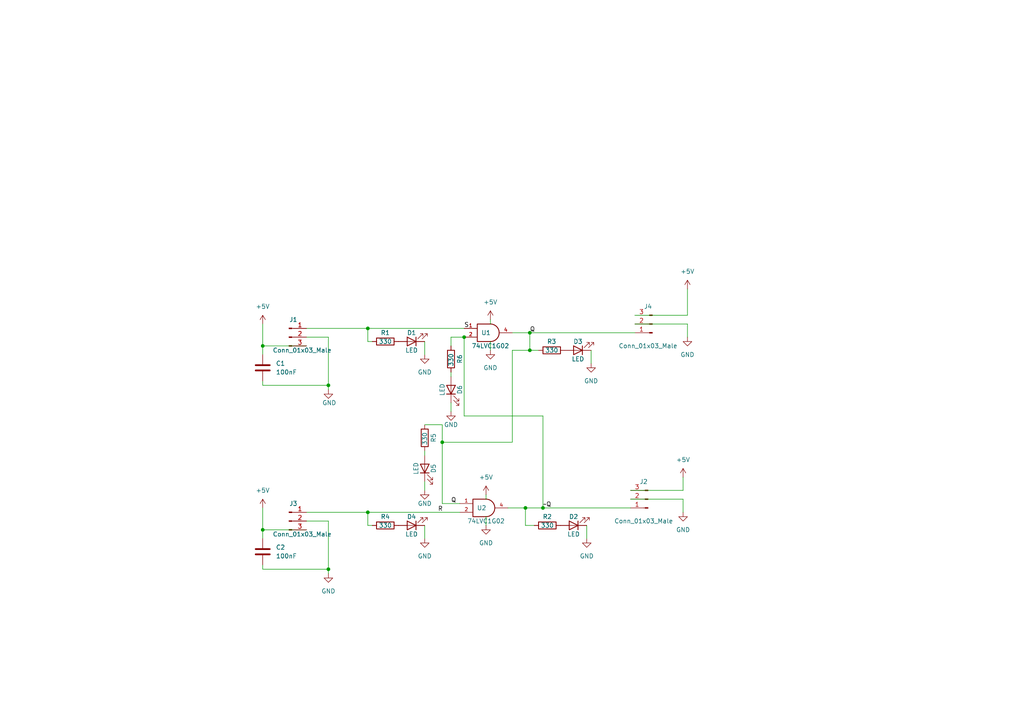
<source format=kicad_sch>
(kicad_sch (version 20231120) (generator "eeschema") (generator_version "8.0")
  (paper "A4")
  (lib_symbols
    (symbol "74xGxx:74LVC1G08" (pin_names (offset 1.016))
      (property "Reference" "U" (at -2.54 3.81 0))
      (property "Value" "74LVC1G08" (at 0 -3.81 0))
      (symbol "74LVC1G08_0_1"
        (arc (start 0 -2.54) (mid 2.529 0) (end 0 2.54) (stroke (width 0.254)))
        (polyline (pts (xy 0 -2.54) (xy -3.81 -2.54) (xy -3.81 2.54) (xy 0 2.54)) (stroke (width 0.254)))
      )
      (symbol "74LVC1G08_1_1"
        (pin input line (at -7.62 1.27 0) (length 3.81) (name "~") (number "1"))
        (pin input line (at -7.62 -1.27 0) (length 3.81) (name "~") (number "2"))
        (pin power_in line (at 0 -2.54 270) (length 0) hide (name "GND") (number "3"))
        (pin output line (at 6.35 0 180) (length 3.81) (name "~") (number "4"))
        (pin power_in line (at 0 2.54 90) (length 0) hide (name "VCC") (number "5"))
      )
    )
    (symbol "Connector:Conn_01x03_Male" (pin_names (offset 1.016) hide)
      (property "Reference" "J" (at 0 5.08 0))
      (property "Value" "Conn_01x03_Male" (at 0 -5.08 0))
      (symbol "Conn_01x03_Male_1_1"
        (polyline (pts (xy 1.27 -2.54) (xy 0.8636 -2.54)) (stroke (width 0.1524)))
        (polyline (pts (xy 1.27 0) (xy 0.8636 0)) (stroke (width 0.1524)))
        (polyline (pts (xy 1.27 2.54) (xy 0.8636 2.54)) (stroke (width 0.1524)))
        (rectangle (start 0.8636 -2.413) (end 0 -2.667) (stroke (width 0.1524)) (fill (type outline)))
        (rectangle (start 0.8636 0.127) (end 0 -0.127) (stroke (width 0.1524)) (fill (type outline)))
        (rectangle (start 0.8636 2.667) (end 0 2.413) (stroke (width 0.1524)) (fill (type outline)))
        (pin passive line (at 5.08 2.54 180) (length 3.81) (name "Pin_1") (number "1"))
        (pin passive line (at 5.08 0 180) (length 3.81) (name "Pin_2") (number "2"))
        (pin passive line (at 5.08 -2.54 180) (length 3.81) (name "Pin_3") (number "3"))
      )
    )
    (symbol "Device:C" (pin_numbers hide) (pin_names (offset 0.254))
      (property "Reference" "C" (at 0.635 2.54 0))
      (property "Value" "C" (at 0.635 -2.54 0))
      (symbol "C_0_1"
        (polyline (pts (xy -2.032 -0.762) (xy 2.032 -0.762)) (stroke (width 0.508)))
        (polyline (pts (xy -2.032 0.762) (xy 2.032 0.762)) (stroke (width 0.508)))
      )
      (symbol "C_1_1"
        (pin passive line (at 0 3.81 270) (length 2.794) (name "~") (number "1"))
        (pin passive line (at 0 -3.81 90) (length 2.794) (name "~") (number "2"))
      )
    )
    (symbol "Device:LED" (pin_numbers hide) (pin_names (offset 1.016) hide)
      (property "Reference" "D" (at 0 2.54 0))
      (property "Value" "LED" (at 0 -2.54 0))
      (symbol "LED_0_1"
        (polyline (pts (xy -1.27 -1.27) (xy -1.27 1.27)) (stroke (width 0.254)))
        (polyline (pts (xy -1.27 0) (xy 1.27 0)))
        (polyline (pts (xy 1.27 -1.27) (xy 1.27 1.27) (xy -1.27 0) (xy 1.27 -1.27)) (stroke (width 0.254)))
        (polyline (pts (xy -3.048 -0.762) (xy -4.572 -2.286) (xy -3.81 -2.286) (xy -4.572 -2.286) (xy -4.572 -1.524)))
        (polyline (pts (xy -1.778 -0.762) (xy -3.302 -2.286) (xy -2.54 -2.286) (xy -3.302 -2.286) (xy -3.302 -1.524)))
      )
      (symbol "LED_1_1"
        (pin passive line (at -3.81 0 0) (length 2.54) (name "K") (number "1"))
        (pin passive line (at 3.81 0 180) (length 2.54) (name "A") (number "2"))
      )
    )
    (symbol "Device:R" (pin_numbers hide) (pin_names (offset 0))
      (property "Reference" "R" (at 2.032 0 90))
      (property "Value" "R" (at 0 0 90))
      (symbol "R_0_1"
        (rectangle (start -1.016 -2.54) (end 1.016 2.54) (stroke (width 0.254)))
      )
      (symbol "R_1_1"
        (pin passive line (at 0 3.81 270) (length 1.27) (name "~") (number "1"))
        (pin passive line (at 0 -3.81 90) (length 1.27) (name "~") (number "2"))
      )
    )
    (symbol "power:+5V" (power) (pin_names (offset 0))
      (property "Value" "+5V" (at 0 3.556 0))
      (symbol "+5V_0_1"
        (polyline (pts (xy -0.762 1.27) (xy 0 2.54)))
        (polyline (pts (xy 0 0) (xy 0 2.54)))
        (polyline (pts (xy 0 2.54) (xy 0.762 1.27)))
      )
      (symbol "+5V_1_1"
        (pin power_in line (at 0 0 90) (length 0) hide (name "+5V") (number "1"))
      )
    )
    (symbol "power:GND" (power) (pin_names (offset 0))
      (property "Value" "GND" (at 0 -3.81 0))
      (symbol "GND_0_1"
        (polyline (pts (xy 0 0) (xy 0 -1.27) (xy 1.27 -1.27) (xy 0 -2.54) (xy -1.27 -1.27) (xy 0 -1.27)))
      )
      (symbol "GND_1_1"
        (pin power_in line (at 0 0 270) (length 0) hide (name "GND") (number "1"))
      )
    )
  )
  (junction (at 157.48 147.32))
  (junction (at 106.68 95.25))
  (junction (at 76.2 153.67))
  (junction (at 76.2 100.33))
  (junction (at 153.67 96.52))
  (junction (at 152.4 147.32))
  (junction (at 128.27 128.27))
  (junction (at 106.68 148.59))
  (junction (at 153.67 101.6))
  (junction (at 134.62 97.79))
  (junction (at 95.25 111.76))
  (junction (at 95.25 165.1))
  (wire (pts (xy 76.2 147.32) (xy 76.2 153.67)))
  (wire (pts (xy 123.19 152.4) (xy 123.19 156.21)))
  (wire (pts (xy 76.2 165.1) (xy 95.25 165.1)))
  (wire (pts (xy 152.4 147.32) (xy 157.48 147.32)))
  (wire (pts (xy 152.4 147.32) (xy 152.4 152.4)))
  (wire (pts (xy 130.81 97.79) (xy 130.81 100.33)))
  (wire (pts (xy 140.97 149.86) (xy 140.97 152.4)))
  (wire (pts (xy 76.2 100.33) (xy 76.2 102.87)))
  (wire (pts (xy 171.45 101.6) (xy 171.45 105.41)))
  (wire (pts (xy 184.15 91.44) (xy 199.39 91.44)))
  (wire (pts (xy 147.32 147.32) (xy 152.4 147.32)))
  (wire (pts (xy 148.59 96.52) (xy 153.67 96.52)))
  (wire (pts (xy 76.2 163.83) (xy 76.2 165.1)))
  (wire (pts (xy 95.25 97.79) (xy 95.25 111.76)))
  (wire (pts (xy 76.2 100.33) (xy 88.9 100.33)))
  (wire (pts (xy 123.19 123.19) (xy 128.27 123.19)))
  (wire (pts (xy 106.68 95.25) (xy 106.68 99.06)))
  (wire (pts (xy 133.35 146.05) (xy 128.27 146.05)))
  (wire (pts (xy 148.59 101.6) (xy 148.59 128.27)))
  (wire (pts (xy 142.24 92.71) (xy 142.24 93.98)))
  (wire (pts (xy 199.39 83.82) (xy 199.39 91.44)))
  (wire (pts (xy 153.67 96.52) (xy 184.15 96.52)))
  (wire (pts (xy 198.12 138.43) (xy 198.12 142.24)))
  (wire (pts (xy 184.15 93.98) (xy 199.39 93.98)))
  (wire (pts (xy 148.59 101.6) (xy 153.67 101.6)))
  (wire (pts (xy 88.9 151.13) (xy 95.25 151.13)))
  (wire (pts (xy 199.39 93.98) (xy 199.39 97.79)))
  (wire (pts (xy 198.12 144.78) (xy 198.12 148.59)))
  (wire (pts (xy 95.25 113.03) (xy 95.25 111.76)))
  (wire (pts (xy 130.81 107.95) (xy 130.81 109.22)))
  (wire (pts (xy 148.59 128.27) (xy 128.27 128.27)))
  (wire (pts (xy 123.19 99.06) (xy 123.19 102.87)))
  (wire (pts (xy 170.18 152.4) (xy 170.18 156.21)))
  (wire (pts (xy 128.27 123.19) (xy 128.27 128.27)))
  (wire (pts (xy 106.68 99.06) (xy 107.95 99.06)))
  (wire (pts (xy 134.62 97.79) (xy 130.81 97.79)))
  (wire (pts (xy 182.88 144.78) (xy 198.12 144.78)))
  (wire (pts (xy 157.48 120.65) (xy 134.62 120.65)))
  (wire (pts (xy 95.25 166.37) (xy 95.25 165.1)))
  (wire (pts (xy 134.62 120.65) (xy 134.62 97.79)))
  (wire (pts (xy 106.68 148.59) (xy 133.35 148.59)))
  (wire (pts (xy 154.94 152.4) (xy 152.4 152.4)))
  (wire (pts (xy 182.88 142.24) (xy 198.12 142.24)))
  (wire (pts (xy 157.48 147.32) (xy 157.48 120.65)))
  (wire (pts (xy 76.2 153.67) (xy 76.2 156.21)))
  (wire (pts (xy 76.2 110.49) (xy 76.2 111.76)))
  (wire (pts (xy 76.2 111.76) (xy 95.25 111.76)))
  (wire (pts (xy 106.68 152.4) (xy 107.95 152.4)))
  (wire (pts (xy 123.19 130.81) (xy 123.19 132.08)))
  (wire (pts (xy 76.2 93.98) (xy 76.2 100.33)))
  (wire (pts (xy 76.2 153.67) (xy 88.9 153.67)))
  (wire (pts (xy 88.9 95.25) (xy 106.68 95.25)))
  (wire (pts (xy 106.68 95.25) (xy 134.62 95.25)))
  (wire (pts (xy 157.48 147.32) (xy 182.88 147.32)))
  (wire (pts (xy 130.81 116.84) (xy 130.81 119.38)))
  (wire (pts (xy 123.19 139.7) (xy 123.19 142.24)))
  (wire (pts (xy 140.97 143.51) (xy 140.97 144.78)))
  (wire (pts (xy 88.9 97.79) (xy 95.25 97.79)))
  (wire (pts (xy 88.9 148.59) (xy 106.68 148.59)))
  (wire (pts (xy 95.25 151.13) (xy 95.25 165.1)))
  (wire (pts (xy 153.67 101.6) (xy 156.21 101.6)))
  (wire (pts (xy 153.67 96.52) (xy 153.67 101.6)))
  (wire (pts (xy 106.68 148.59) (xy 106.68 152.4)))
  (wire (pts (xy 142.24 99.06) (xy 142.24 101.6)))
  (wire (pts (xy 128.27 146.05) (xy 128.27 128.27)))
  (label "Q" (at 130.81 146.05 0))
  (label "R" (at 127 148.59 0))
  (label "S" (at 134.62 95.25 0))
  (label "~Q" (at 157.48 147.32 0))
  (label "Q" (at 153.67 96.52 0))
  (symbol (lib_id "power:+5V") (at 199.39 83.82 0) (unit 1)
    (property "Reference" "#PWR0102" (effects (hide yes)))
    (property "Value" "+5V" (at 199.39 78.74 0))
  )
  (symbol (lib_id "Connector:Conn_01x03_Male") (at 187.96 144.78 180) (unit 1)
    (property "Reference" "J2" (at 186.69 139.7 0))
    (property "Value" "Conn_01x03_Male" (at 186.69 151.13 0))
    (property "Footprint" "Connector_Molex:Molex_PicoBlade_53261-0371_1x03-1MP_P1.25mm_Horizontal" (effects (hide yes)))
    (property "LCSC" "C22075" (effects (hide yes)))
  )
  (symbol (lib_id "power:GND") (at 123.19 156.21 0) (unit 1)
    (property "Reference" "#PWR010" (effects (hide yes)))
    (property "Value" "GND" (at 123.19 161.29 0))
  )
  (symbol (lib_id "power:GND") (at 95.25 113.03 0) (unit 1)
    (property "Reference" "#PWR06" (effects (hide yes)))
    (property "Value" "GND" (at 95.504 116.84 0))
  )
  (symbol (lib_id "power:GND") (at 199.39 97.79 0) (unit 1)
    (property "Reference" "#PWR0105" (effects (hide yes)))
    (property "Value" "GND" (at 199.39 102.87 0))
  )
  (symbol (lib_id "power:GND") (at 123.19 102.87 0) (unit 1)
    (property "Reference" "#PWR07" (effects (hide yes)))
    (property "Value" "GND" (at 123.19 107.95 0))
  )
  (symbol (lib_id "power:+5V") (at 76.2 147.32 0) (unit 1)
    (property "Reference" "#PWR08" (effects (hide yes)))
    (property "Value" "+5V" (at 76.2 142.24 0))
  )
  (symbol (lib_id "74xGxx:74LVC1G08") (at 140.97 147.32 0) (unit 1)
    (property "Reference" "U2" (at 139.7 147.32 0))
    (property "Value" "74LVC1G02" (at 140.97 151.13 0))
    (property "Footprint" "Package_TO_SOT_SMD:SOT-23-5" (effects (hide yes)))
    (property "Datasheet" "http://www.ti.com/lit/sg/scyt129e/scyt129e.pdf" (effects (hide yes)))
    (property "LCSC" "C16360" (effects (hide yes)))
  )
  (symbol (lib_id "power:GND") (at 198.12 148.59 0) (unit 1)
    (property "Reference" "#PWR03" (effects (hide yes)))
    (property "Value" "GND" (at 198.12 153.67 0))
  )
  (symbol (lib_id "power:GND") (at 170.18 156.21 0) (unit 1)
    (property "Reference" "#PWR05" (effects (hide yes)))
    (property "Value" "GND" (at 170.18 161.29 0))
  )
  (symbol (lib_id "Connector:Conn_01x03_Male") (at 189.23 93.98 180) (unit 1)
    (property "Reference" "J4" (at 187.96 88.9 0))
    (property "Value" "Conn_01x03_Male" (at 187.96 100.33 0))
    (property "Footprint" "Connector_Molex:Molex_PicoBlade_53261-0371_1x03-1MP_P1.25mm_Horizontal" (effects (hide yes)))
    (property "LCSC" "C22075" (effects (hide yes)))
  )
  (symbol (lib_id "Device:LED") (at 167.64 101.6 180) (unit 1)
    (property "Reference" "D3" (at 167.64 99.06 0))
    (property "Value" "LED" (at 167.64 104.14 0))
    (property "Footprint" "shurik-personal:LITE_ON_LTST_C230TBKT-LED_1206_3216Metric_ReverseMount" (effects (hide yes)))
    (property "LCSC" "C125109" (effects (hide yes)))
  )
  (symbol (lib_id "Device:LED") (at 166.37 152.4 180) (unit 1)
    (property "Reference" "D2" (at 166.37 149.86 0))
    (property "Value" "LED" (at 166.37 154.94 0))
    (property "Footprint" "shurik-personal:LITE_ON_LTST_C230TBKT-LED_1206_3216Metric_ReverseMount" (effects (hide yes)))
    (property "LCSC" "C125109" (effects (hide yes)))
  )
  (symbol (lib_id "Device:LED") (at 123.19 135.89 90) (unit 1)
    (property "Reference" "D5" (at 125.73 135.89 0))
    (property "Value" "LED" (at 120.65 135.89 0))
    (property "Footprint" "shurik-personal:LITE_ON_LTST_C230TBKT-LED_1206_3216Metric_ReverseMount" (effects (hide yes)))
    (property "LCSC" "C125109" (effects (hide yes)))
  )
  (symbol (lib_id "Device:R") (at 158.75 152.4 90) (unit 1)
    (property "Reference" "R2" (at 158.75 149.86 90))
    (property "Value" "330" (at 158.75 152.4 90))
    (property "Footprint" "Resistor_SMD:R_0603_1608Metric" (effects (hide yes)))
    (property "LCSC" "C23138" (effects (hide yes)))
  )
  (symbol (lib_id "Connector:Conn_01x03_Male") (at 83.82 151.13 0) (unit 1)
    (property "Reference" "J3" (at 85.09 146.05 0))
    (property "Value" "Conn_01x03_Male" (at 87.63 154.94 0))
    (property "Footprint" "Connector_Molex:Molex_PicoBlade_53261-0371_1x03-1MP_P1.25mm_Horizontal" (effects (hide yes)))
    (property "LCSC" "C22075" (effects (hide yes)))
  )
  (symbol (lib_id "power:GND") (at 140.97 152.4 0) (unit 1)
    (property "Reference" "#PWR04" (effects (hide yes)))
    (property "Value" "GND" (at 140.97 157.48 0))
  )
  (symbol (lib_id "Device:R") (at 111.76 99.06 90) (unit 1)
    (property "Reference" "R1" (at 111.76 96.52 90))
    (property "Value" "330" (at 111.76 99.06 90))
    (property "Footprint" "Resistor_SMD:R_0603_1608Metric" (effects (hide yes)))
    (property "LCSC" "C23138" (effects (hide yes)))
  )
  (symbol (lib_id "power:GND") (at 130.81 119.38 0) (unit 1)
    (property "Reference" "#PWR012" (effects (hide yes)))
    (property "Value" "GND" (at 130.81 123.19 0))
  )
  (symbol (lib_id "Device:C") (at 76.2 160.02 0) (unit 1)
    (property "Reference" "C2" (at 80.01 158.7499 0) (effects (justify left)))
    (property "Value" "100nF" (at 80.01 161.2899 0) (effects (justify left)))
    (property "Footprint" "Capacitor_SMD:C_0603_1608Metric" (effects (hide yes)))
    (property "LCSC" "C14663" (effects (hide yes)))
  )
  (symbol (lib_id "Device:LED") (at 130.81 113.03 90) (unit 1)
    (property "Reference" "D6" (at 133.35 113.03 0))
    (property "Value" "LED" (at 128.27 113.03 0))
    (property "Footprint" "shurik-personal:LITE_ON_LTST_C230TBKT-LED_1206_3216Metric_ReverseMount" (effects (hide yes)))
    (property "LCSC" "C125109" (effects (hide yes)))
  )
  (symbol (lib_id "Device:R") (at 123.19 127 0) (unit 1)
    (property "Reference" "R5" (at 125.73 127 90))
    (property "Value" "330" (at 123.19 127.254 90))
    (property "Footprint" "Resistor_SMD:R_0603_1608Metric" (effects (hide yes)))
    (property "LCSC" "C23138" (effects (hide yes)))
  )
  (symbol (lib_id "power:GND") (at 171.45 105.41 0) (unit 1)
    (property "Reference" "#PWR0103" (effects (hide yes)))
    (property "Value" "GND" (at 171.45 110.49 0))
  )
  (symbol (lib_id "power:+5V") (at 76.2 93.98 0) (unit 1)
    (property "Reference" "#PWR0101" (effects (hide yes)))
    (property "Value" "+5V" (at 76.2 88.9 0))
  )
  (symbol (lib_id "Device:R") (at 130.81 104.14 0) (unit 1)
    (property "Reference" "R6" (at 133.35 104.14 90))
    (property "Value" "330" (at 130.81 104.394 90))
    (property "Footprint" "Resistor_SMD:R_0603_1608Metric" (effects (hide yes)))
    (property "LCSC" "C23138" (effects (hide yes)))
  )
  (symbol (lib_id "power:+5V") (at 140.97 143.51 0) (unit 1)
    (property "Reference" "#PWR02" (effects (hide yes)))
    (property "Value" "+5V" (at 140.97 138.43 0))
  )
  (symbol (lib_id "power:+5V") (at 198.12 138.43 0) (unit 1)
    (property "Reference" "#PWR01" (effects (hide yes)))
    (property "Value" "+5V" (at 198.12 133.35 0))
  )
  (symbol (lib_id "Connector:Conn_01x03_Male") (at 83.82 97.79 0) (unit 1)
    (property "Reference" "J1" (at 85.09 92.71 0))
    (property "Value" "Conn_01x03_Male" (at 87.63 101.6 0))
    (property "Footprint" "Connector_Molex:Molex_PicoBlade_53261-0371_1x03-1MP_P1.25mm_Horizontal" (effects (hide yes)))
    (property "LCSC" "C22075" (effects (hide yes)))
  )
  (symbol (lib_id "power:GND") (at 95.25 166.37 0) (unit 1)
    (property "Reference" "#PWR09" (effects (hide yes)))
    (property "Value" "GND" (at 95.25 171.45 0))
  )
  (symbol (lib_id "Device:C") (at 76.2 106.68 0) (unit 1)
    (property "Reference" "C1" (at 80.01 105.4099 0) (effects (justify left)))
    (property "Value" "100nF" (at 80.01 107.9499 0) (effects (justify left)))
    (property "Footprint" "Capacitor_SMD:C_0603_1608Metric" (effects (hide yes)))
    (property "LCSC" "C14663" (effects (hide yes)))
  )
  (symbol (lib_id "power:GND") (at 123.19 142.24 0) (unit 1)
    (property "Reference" "#PWR011" (effects (hide yes)))
    (property "Value" "GND" (at 123.19 146.05 0))
  )
  (symbol (lib_id "power:+5V") (at 142.24 92.71 0) (unit 1)
    (property "Reference" "#PWR0107" (effects (hide yes)))
    (property "Value" "+5V" (at 142.24 87.63 0))
  )
  (symbol (lib_id "power:GND") (at 142.24 101.6 0) (unit 1)
    (property "Reference" "#PWR0106" (effects (hide yes)))
    (property "Value" "GND" (at 142.24 106.68 0))
  )
  (symbol (lib_id "Device:R") (at 160.02 101.6 90) (unit 1)
    (property "Reference" "R3" (at 160.02 99.06 90))
    (property "Value" "330" (at 160.02 101.6 90))
    (property "Footprint" "Resistor_SMD:R_0603_1608Metric" (effects (hide yes)))
    (property "LCSC" "C23138" (effects (hide yes)))
  )
  (symbol (lib_id "74xGxx:74LVC1G08") (at 142.24 96.52 0) (unit 1)
    (property "Reference" "U1" (at 140.97 96.52 0))
    (property "Value" "74LVC1G02" (at 142.24 100.33 0))
    (property "Footprint" "Package_TO_SOT_SMD:SOT-23-5" (effects (hide yes)))
    (property "Datasheet" "http://www.ti.com/lit/sg/scyt129e/scyt129e.pdf" (effects (hide yes)))
    (property "LCSC" "C16360" (effects (hide yes)))
  )
  (symbol (lib_id "Device:LED") (at 119.38 152.4 180) (unit 1)
    (property "Reference" "D4" (at 119.38 149.86 0))
    (property "Value" "LED" (at 119.38 154.94 0))
    (property "Footprint" "shurik-personal:LITE_ON_LTST_C230TBKT-LED_1206_3216Metric_ReverseMount" (effects (hide yes)))
    (property "LCSC" "C125109" (effects (hide yes)))
  )
  (symbol (lib_id "Device:LED") (at 119.38 99.06 180) (unit 1)
    (property "Reference" "D1" (at 119.38 96.52 0))
    (property "Value" "LED" (at 119.38 101.6 0))
    (property "Footprint" "shurik-personal:LITE_ON_LTST_C230TBKT-LED_1206_3216Metric_ReverseMount" (effects (hide yes)))
    (property "LCSC" "C125109" (effects (hide yes)))
  )
  (symbol (lib_id "Device:R") (at 111.76 152.4 90) (unit 1)
    (property "Reference" "R4" (at 111.76 149.86 90))
    (property "Value" "330" (at 111.76 152.4 90))
    (property "Footprint" "Resistor_SMD:R_0603_1608Metric" (effects (hide yes)))
    (property "LCSC" "C23138" (effects (hide yes)))
  )
)
</source>
